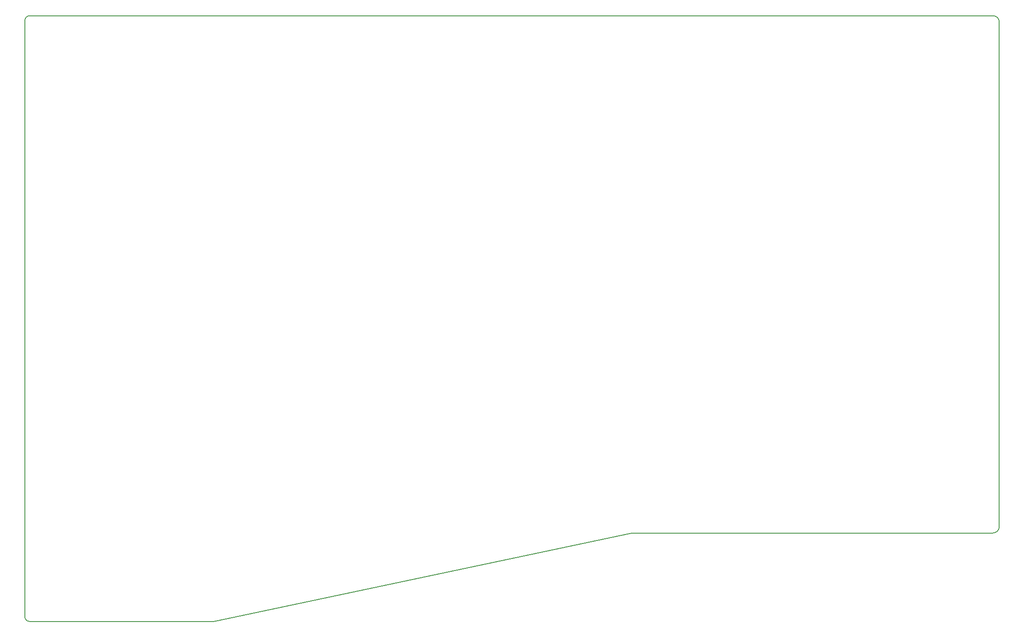
<source format=gm1>
G04 #@! TF.GenerationSoftware,KiCad,Pcbnew,(5.1.6)-1*
G04 #@! TF.CreationDate,2020-10-03T18:10:29-07:00*
G04 #@! TF.ProjectId,Alipt-Keyboard-Right,416c6970-742d-44b6-9579-626f6172642d,rev?*
G04 #@! TF.SameCoordinates,Original*
G04 #@! TF.FileFunction,Profile,NP*
%FSLAX46Y46*%
G04 Gerber Fmt 4.6, Leading zero omitted, Abs format (unit mm)*
G04 Created by KiCad (PCBNEW (5.1.6)-1) date 2020-10-03 18:10:29*
%MOMM*%
%LPD*%
G01*
G04 APERTURE LIST*
G04 #@! TA.AperFunction,Profile*
%ADD10C,0.150000*%
G04 #@! TD*
G04 APERTURE END LIST*
D10*
X55562502Y-44196007D02*
G75*
G03*
X54546504Y-45212001I-2J-1015996D01*
G01*
X54546496Y-162813996D02*
G75*
G03*
X55498996Y-163766500I952502J-2D01*
G01*
X55562497Y-44196004D02*
X245618003Y-44196009D01*
X54546499Y-162814003D02*
X54546504Y-45212001D01*
X91821005Y-163766505D02*
X55498996Y-163766500D01*
X174307501Y-146303996D02*
X245617999Y-146304004D01*
X246888012Y-45466000D02*
X246888001Y-145034003D01*
X245618001Y-146304007D02*
G75*
G03*
X246888001Y-145034003I-2J1270002D01*
G01*
X246888012Y-45466000D02*
G75*
G03*
X245618003Y-44195996I-1270006J-2D01*
G01*
X174307497Y-146303996D02*
X91820998Y-163766499D01*
M02*

</source>
